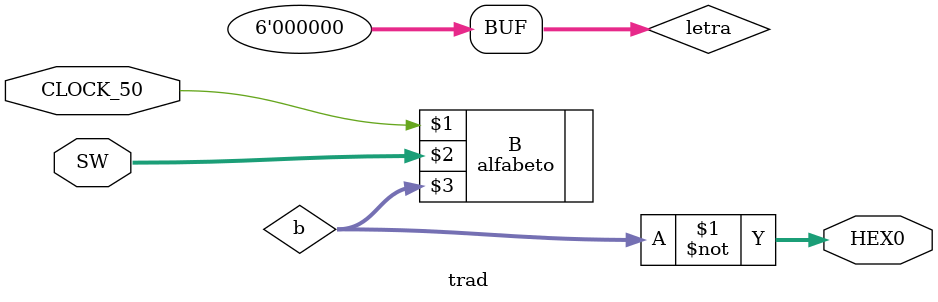
<source format=v>
module br(
	input CLOCK_50,
	input [5:0] letra,
	output [6:0] hex);

	reg [6:0] h;
	assign hex = (h);

	always @(posedge CLOCK_50) begin
		if (letra == 6'b000001) begin
			h = 7'b1110111; 
		end
		else if (letra == 6'b000011) begin
			h = 7'b0011111; 
		end
		else if (letra == 6'b100001) begin
			h = 7'b1001110; 
 		end
		else if (letra == 6'b110001) begin
			h = 7'b0111101; 
		end
		else if (letra == 6'b010001) begin
			h = 7'b1001111; 
		end
		else if (letra == 6'b100011) begin
			h = 7'b1000111; 
		end
		else if (letra == 6'b110011) begin
			h = 7'b1111011; 
		end
		else if (letra == 6'b010011) begin
			h = 7'b0110111; 
		end
		else if (letra == 6'b100010) begin
			h = 7'b0000110; 
		end
		else if (letra == 6'b110010) begin
			h = 7'b0111100; 
		end
		else if (letra == 6'b000101) begin
			h = 7'b0101111; 
		end
		else if (letra == 6'b000111) begin
			h = 7'b0001110; 
		end
		else if (letra == 6'b100101) begin
			h = 7'b1110110; 
		end
		else if (letra == 6'b110101) begin
			h = 7'b0010101; 
		end
		else if (letra == 6'b010101) begin
			h = 7'b1111110; 
		end
		else if (letra == 6'b100111) begin
			h = 7'b1100111; 
		end
		else if (letra == 6'b110111) begin
			h = 7'b1110011; 
		end
		else if (letra == 6'b010111) begin
			h = 7'b0000101; 
		end
		else if (letra == 6'b100110) begin
			h = 7'b1011011; 
		end
		else if (letra == 6'b110110) begin
			h = 7'b0001111; 
		end
		else if (letra == 6'b001101) begin
			h = 7'b0011100; 
		end
		else if (letra == 6'b001111) begin
			h = 7'b0111110; 
		end
		else if (letra == 'b111010) begin
			h = 7'b1011100; 
		end
		else if (letra == 'b101101) begin
			h = 7'b0000111; 
		end
		else if (letra == 6'b111101) begin
			h = 7'b0111011; 
		end
		else if (letra == 6'b011101) begin
			h = 7'b1001001; 
		end
		else begin
			h = 7'b0000000; 
		end
	end

endmodule

module trad(
	input CLOCK_50,
	input [10:4] SW,
	output [0:6] HEX0);

	wire[6:0] b;

	reg [5:0] letra = 6'b000000;
	assign HEX0 = ~b;

	alfabeto B(CLOCK_50, SW, b);

endmodule 

</source>
